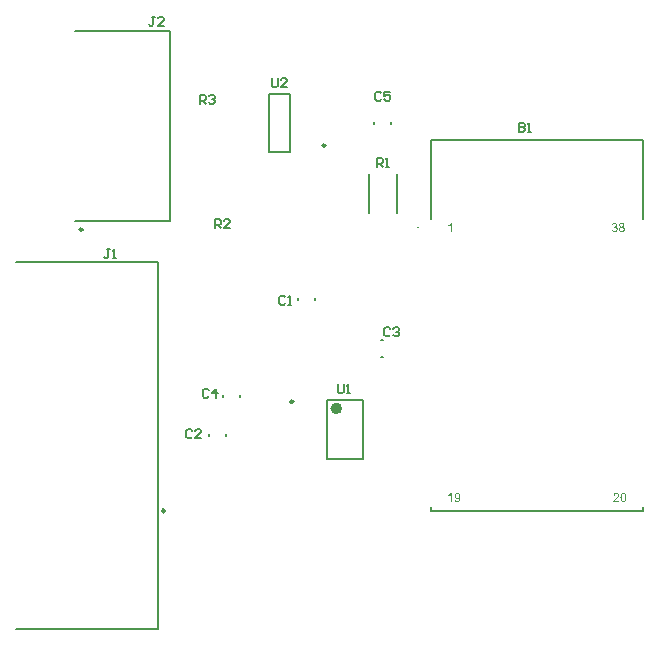
<source format=gto>
G04*
G04 #@! TF.GenerationSoftware,Altium Limited,Altium Designer,24.10.1 (45)*
G04*
G04 Layer_Color=65535*
%FSLAX44Y44*%
%MOMM*%
G71*
G04*
G04 #@! TF.SameCoordinates,A659C5E8-25CF-42C6-9C85-9A39C97684D2*
G04*
G04*
G04 #@! TF.FilePolarity,Positive*
G04*
G01*
G75*
%ADD10C,0.1000*%
%ADD11C,0.2500*%
%ADD12C,0.5000*%
%ADD13C,0.2000*%
%ADD14C,0.1270*%
%ADD15C,0.1778*%
G36*
X392444Y357320D02*
X391503D01*
Y363311D01*
X391497Y363306D01*
X391486Y363295D01*
X391469Y363278D01*
X391442Y363256D01*
X391409Y363228D01*
X391364Y363189D01*
X391314Y363151D01*
X391264Y363106D01*
X391198Y363062D01*
X391132Y363007D01*
X391060Y362957D01*
X390982Y362896D01*
X390894Y362841D01*
X390805Y362780D01*
X390606Y362658D01*
X390600Y362652D01*
X390583Y362641D01*
X390550Y362625D01*
X390512Y362608D01*
X390467Y362580D01*
X390412Y362547D01*
X390345Y362514D01*
X390279Y362475D01*
X390124Y362398D01*
X389958Y362320D01*
X389786Y362243D01*
X389620Y362176D01*
Y363084D01*
X389631Y363090D01*
X389653Y363101D01*
X389697Y363123D01*
X389753Y363151D01*
X389819Y363184D01*
X389902Y363228D01*
X389991Y363278D01*
X390085Y363333D01*
X390190Y363400D01*
X390301Y363466D01*
X390534Y363621D01*
X390772Y363793D01*
X390999Y363981D01*
X391004Y363987D01*
X391026Y364003D01*
X391054Y364031D01*
X391093Y364070D01*
X391143Y364120D01*
X391198Y364175D01*
X391259Y364241D01*
X391325Y364308D01*
X391392Y364385D01*
X391464Y364468D01*
X391602Y364640D01*
X391730Y364823D01*
X391785Y364917D01*
X391835Y365011D01*
X392444D01*
Y357320D01*
D02*
G37*
G36*
X530553Y365144D02*
X530608D01*
X530675Y365133D01*
X530747Y365127D01*
X530824Y365116D01*
X530913Y365100D01*
X531001Y365083D01*
X531195Y365033D01*
X531300Y365006D01*
X531400Y364967D01*
X531500Y364928D01*
X531599Y364878D01*
X531605Y364873D01*
X531622Y364867D01*
X531649Y364851D01*
X531688Y364828D01*
X531732Y364801D01*
X531782Y364767D01*
X531837Y364729D01*
X531898Y364684D01*
X532031Y364579D01*
X532164Y364452D01*
X532291Y364308D01*
X532352Y364225D01*
X532408Y364142D01*
X532413Y364136D01*
X532419Y364120D01*
X532435Y364098D01*
X532452Y364059D01*
X532474Y364020D01*
X532496Y363965D01*
X532524Y363909D01*
X532552Y363843D01*
X532574Y363771D01*
X532602Y363699D01*
X532646Y363533D01*
X532679Y363350D01*
X532685Y363256D01*
X532690Y363156D01*
Y363151D01*
Y363134D01*
Y363106D01*
X532685Y363073D01*
Y363029D01*
X532674Y362979D01*
X532668Y362918D01*
X532657Y362857D01*
X532624Y362713D01*
X532574Y362564D01*
X532546Y362486D01*
X532507Y362403D01*
X532469Y362326D01*
X532419Y362248D01*
X532413Y362243D01*
X532408Y362231D01*
X532391Y362209D01*
X532369Y362182D01*
X532341Y362149D01*
X532308Y362110D01*
X532269Y362065D01*
X532220Y362016D01*
X532170Y361966D01*
X532109Y361916D01*
X532048Y361861D01*
X531976Y361805D01*
X531898Y361755D01*
X531815Y361700D01*
X531727Y361650D01*
X531633Y361606D01*
X531638D01*
X531660Y361600D01*
X531699Y361589D01*
X531743Y361573D01*
X531804Y361556D01*
X531871Y361528D01*
X531943Y361501D01*
X532020Y361462D01*
X532103Y361423D01*
X532192Y361373D01*
X532280Y361323D01*
X532369Y361263D01*
X532452Y361196D01*
X532535Y361124D01*
X532618Y361041D01*
X532690Y360952D01*
X532696Y360947D01*
X532707Y360930D01*
X532723Y360903D01*
X532751Y360864D01*
X532779Y360814D01*
X532812Y360759D01*
X532845Y360692D01*
X532878Y360615D01*
X532912Y360526D01*
X532950Y360432D01*
X532978Y360332D01*
X533006Y360221D01*
X533033Y360105D01*
X533050Y359983D01*
X533061Y359856D01*
X533067Y359718D01*
Y359706D01*
Y359673D01*
X533061Y359618D01*
X533056Y359552D01*
X533045Y359463D01*
X533028Y359363D01*
X533006Y359253D01*
X532973Y359131D01*
X532934Y358998D01*
X532890Y358865D01*
X532829Y358721D01*
X532757Y358577D01*
X532674Y358433D01*
X532574Y358289D01*
X532458Y358151D01*
X532330Y358018D01*
X532319Y358012D01*
X532297Y357990D01*
X532258Y357951D01*
X532197Y357907D01*
X532125Y357857D01*
X532042Y357796D01*
X531937Y357735D01*
X531826Y357669D01*
X531699Y357602D01*
X531555Y357542D01*
X531405Y357481D01*
X531239Y357431D01*
X531068Y357387D01*
X530880Y357348D01*
X530686Y357326D01*
X530481Y357320D01*
X530437D01*
X530381Y357326D01*
X530315Y357331D01*
X530226Y357337D01*
X530126Y357353D01*
X530016Y357370D01*
X529894Y357397D01*
X529767Y357425D01*
X529628Y357464D01*
X529490Y357514D01*
X529346Y357575D01*
X529207Y357641D01*
X529069Y357719D01*
X528930Y357813D01*
X528803Y357918D01*
X528797Y357924D01*
X528775Y357946D01*
X528742Y357979D01*
X528698Y358029D01*
X528648Y358090D01*
X528587Y358162D01*
X528526Y358245D01*
X528460Y358339D01*
X528393Y358444D01*
X528327Y358566D01*
X528266Y358693D01*
X528205Y358832D01*
X528155Y358981D01*
X528105Y359136D01*
X528072Y359302D01*
X528050Y359479D01*
X528991Y359607D01*
Y359596D01*
X528997Y359574D01*
X529008Y359529D01*
X529025Y359474D01*
X529041Y359408D01*
X529063Y359336D01*
X529091Y359253D01*
X529119Y359164D01*
X529196Y358970D01*
X529290Y358782D01*
X529346Y358688D01*
X529407Y358599D01*
X529468Y358522D01*
X529539Y358450D01*
X529545Y358444D01*
X529556Y358433D01*
X529578Y358416D01*
X529612Y358394D01*
X529645Y358367D01*
X529695Y358339D01*
X529744Y358306D01*
X529805Y358278D01*
X529872Y358245D01*
X529944Y358212D01*
X530021Y358184D01*
X530104Y358156D01*
X530193Y358134D01*
X530287Y358117D01*
X530381Y358106D01*
X530486Y358101D01*
X530514D01*
X530553Y358106D01*
X530597D01*
X530658Y358117D01*
X530724Y358123D01*
X530796Y358139D01*
X530880Y358156D01*
X530963Y358184D01*
X531057Y358212D01*
X531151Y358250D01*
X531245Y358295D01*
X531339Y358350D01*
X531433Y358411D01*
X531522Y358477D01*
X531610Y358560D01*
X531616Y358566D01*
X531633Y358582D01*
X531655Y358605D01*
X531682Y358643D01*
X531716Y358688D01*
X531754Y358743D01*
X531799Y358804D01*
X531843Y358876D01*
X531882Y358954D01*
X531926Y359042D01*
X531965Y359131D01*
X531998Y359236D01*
X532026Y359341D01*
X532048Y359452D01*
X532065Y359574D01*
X532070Y359696D01*
Y359701D01*
Y359723D01*
Y359756D01*
X532065Y359806D01*
X532059Y359856D01*
X532048Y359922D01*
X532037Y359995D01*
X532015Y360072D01*
X531992Y360155D01*
X531965Y360244D01*
X531932Y360332D01*
X531893Y360421D01*
X531843Y360509D01*
X531782Y360598D01*
X531721Y360681D01*
X531644Y360764D01*
X531638Y360770D01*
X531627Y360781D01*
X531599Y360803D01*
X531566Y360831D01*
X531527Y360864D01*
X531478Y360897D01*
X531417Y360936D01*
X531350Y360975D01*
X531278Y361013D01*
X531195Y361052D01*
X531106Y361085D01*
X531012Y361119D01*
X530913Y361146D01*
X530802Y361168D01*
X530691Y361179D01*
X530569Y361185D01*
X530520D01*
X530464Y361179D01*
X530387Y361174D01*
X530287Y361163D01*
X530176Y361141D01*
X530049Y361119D01*
X529905Y361085D01*
X530010Y361910D01*
X530027D01*
X530043Y361905D01*
X530065D01*
X530115Y361899D01*
X530221D01*
X530259Y361905D01*
X530315Y361910D01*
X530376Y361916D01*
X530442Y361927D01*
X530520Y361938D01*
X530603Y361955D01*
X530686Y361977D01*
X530868Y362032D01*
X530963Y362065D01*
X531057Y362110D01*
X531151Y362154D01*
X531239Y362209D01*
X531245Y362215D01*
X531262Y362226D01*
X531284Y362243D01*
X531317Y362270D01*
X531350Y362304D01*
X531395Y362342D01*
X531433Y362392D01*
X531483Y362448D01*
X531527Y362514D01*
X531572Y362586D01*
X531610Y362663D01*
X531644Y362752D01*
X531677Y362846D01*
X531699Y362951D01*
X531716Y363062D01*
X531721Y363178D01*
Y363184D01*
Y363200D01*
Y363228D01*
X531716Y363267D01*
X531710Y363306D01*
X531704Y363361D01*
X531693Y363416D01*
X531677Y363477D01*
X531633Y363610D01*
X531605Y363682D01*
X531572Y363754D01*
X531533Y363826D01*
X531483Y363898D01*
X531428Y363965D01*
X531367Y364031D01*
X531361Y364037D01*
X531350Y364048D01*
X531334Y364064D01*
X531306Y364086D01*
X531267Y364109D01*
X531228Y364142D01*
X531179Y364170D01*
X531123Y364203D01*
X531062Y364236D01*
X530996Y364264D01*
X530918Y364297D01*
X530841Y364319D01*
X530752Y364341D01*
X530664Y364358D01*
X530564Y364369D01*
X530464Y364374D01*
X530409D01*
X530376Y364369D01*
X530326Y364363D01*
X530270Y364358D01*
X530210Y364347D01*
X530143Y364330D01*
X529999Y364291D01*
X529927Y364264D01*
X529850Y364225D01*
X529772Y364186D01*
X529695Y364142D01*
X529623Y364086D01*
X529551Y364026D01*
X529545Y364020D01*
X529534Y364009D01*
X529517Y363987D01*
X529490Y363959D01*
X529462Y363926D01*
X529429Y363882D01*
X529395Y363826D01*
X529357Y363771D01*
X529318Y363699D01*
X529279Y363621D01*
X529235Y363538D01*
X529202Y363444D01*
X529163Y363344D01*
X529135Y363239D01*
X529108Y363123D01*
X529086Y362996D01*
X528144Y363162D01*
Y363167D01*
Y363173D01*
X528155Y363206D01*
X528166Y363250D01*
X528183Y363317D01*
X528205Y363400D01*
X528233Y363489D01*
X528266Y363588D01*
X528305Y363699D01*
X528354Y363815D01*
X528410Y363937D01*
X528476Y364059D01*
X528548Y364181D01*
X528626Y364302D01*
X528714Y364419D01*
X528814Y364529D01*
X528925Y364629D01*
X528930Y364635D01*
X528953Y364651D01*
X528986Y364679D01*
X529036Y364712D01*
X529096Y364751D01*
X529169Y364795D01*
X529252Y364840D01*
X529346Y364889D01*
X529451Y364939D01*
X529567Y364983D01*
X529689Y365028D01*
X529822Y365067D01*
X529966Y365100D01*
X530121Y365127D01*
X530281Y365144D01*
X530448Y365150D01*
X530508D01*
X530553Y365144D01*
D02*
G37*
G36*
X536588D02*
X536660Y365139D01*
X536743Y365133D01*
X536843Y365116D01*
X536954Y365100D01*
X537070Y365078D01*
X537197Y365044D01*
X537330Y365006D01*
X537463Y364961D01*
X537596Y364900D01*
X537729Y364834D01*
X537862Y364757D01*
X537989Y364668D01*
X538106Y364563D01*
X538111Y364557D01*
X538133Y364535D01*
X538161Y364502D01*
X538200Y364458D01*
X538250Y364402D01*
X538299Y364336D01*
X538355Y364258D01*
X538416Y364170D01*
X538471Y364070D01*
X538526Y363959D01*
X538576Y363843D01*
X538626Y363721D01*
X538665Y363588D01*
X538693Y363444D01*
X538715Y363300D01*
X538720Y363145D01*
Y363140D01*
Y363123D01*
Y363095D01*
X538715Y363057D01*
X538709Y363012D01*
X538704Y362957D01*
X538698Y362896D01*
X538687Y362830D01*
X538654Y362686D01*
X538604Y362531D01*
X538571Y362453D01*
X538532Y362375D01*
X538488Y362298D01*
X538438Y362220D01*
X538432Y362215D01*
X538427Y362204D01*
X538410Y362182D01*
X538382Y362154D01*
X538355Y362121D01*
X538316Y362088D01*
X538277Y362043D01*
X538227Y361999D01*
X538167Y361949D01*
X538106Y361899D01*
X538034Y361849D01*
X537962Y361800D01*
X537873Y361750D01*
X537784Y361700D01*
X537690Y361656D01*
X537585Y361611D01*
X537591D01*
X537618Y361600D01*
X537651Y361589D01*
X537701Y361567D01*
X537762Y361545D01*
X537829Y361512D01*
X537906Y361478D01*
X537984Y361434D01*
X538072Y361384D01*
X538161Y361329D01*
X538250Y361268D01*
X538338Y361202D01*
X538427Y361130D01*
X538510Y361046D01*
X538593Y360964D01*
X538665Y360869D01*
X538670Y360864D01*
X538681Y360847D01*
X538698Y360820D01*
X538726Y360781D01*
X538753Y360731D01*
X538781Y360670D01*
X538814Y360604D01*
X538853Y360526D01*
X538886Y360438D01*
X538919Y360349D01*
X538947Y360244D01*
X538980Y360138D01*
X539003Y360022D01*
X539019Y359906D01*
X539030Y359779D01*
X539036Y359646D01*
Y359635D01*
Y359601D01*
X539030Y359552D01*
X539025Y359479D01*
X539014Y359397D01*
X538997Y359302D01*
X538975Y359192D01*
X538947Y359070D01*
X538914Y358942D01*
X538864Y358810D01*
X538809Y358677D01*
X538742Y358538D01*
X538659Y358394D01*
X538571Y358261D01*
X538460Y358123D01*
X538338Y357996D01*
X538333Y357990D01*
X538305Y357968D01*
X538266Y357935D01*
X538211Y357890D01*
X538144Y357840D01*
X538056Y357785D01*
X537962Y357724D01*
X537851Y357663D01*
X537724Y357602D01*
X537585Y357542D01*
X537436Y357486D01*
X537275Y357436D01*
X537098Y357392D01*
X536915Y357359D01*
X536716Y357337D01*
X536511Y357331D01*
X536461D01*
X536400Y357337D01*
X536323Y357342D01*
X536228Y357353D01*
X536118Y357364D01*
X535990Y357387D01*
X535857Y357414D01*
X535714Y357453D01*
X535564Y357497D01*
X535415Y357547D01*
X535259Y357613D01*
X535104Y357691D01*
X534955Y357780D01*
X534817Y357885D01*
X534678Y358001D01*
X534673Y358007D01*
X534650Y358034D01*
X534612Y358068D01*
X534573Y358123D01*
X534517Y358189D01*
X534456Y358267D01*
X534396Y358355D01*
X534335Y358461D01*
X534268Y358577D01*
X534207Y358704D01*
X534146Y358843D01*
X534097Y358987D01*
X534052Y359147D01*
X534014Y359313D01*
X533991Y359491D01*
X533986Y359673D01*
Y359684D01*
Y359706D01*
Y359745D01*
X533991Y359801D01*
X533997Y359862D01*
X534008Y359939D01*
X534019Y360022D01*
X534036Y360111D01*
X534052Y360205D01*
X534080Y360310D01*
X534108Y360410D01*
X534146Y360515D01*
X534191Y360620D01*
X534241Y360725D01*
X534296Y360825D01*
X534362Y360925D01*
X534368Y360930D01*
X534379Y360947D01*
X534401Y360975D01*
X534434Y361008D01*
X534473Y361046D01*
X534523Y361096D01*
X534578Y361146D01*
X534639Y361202D01*
X534717Y361257D01*
X534794Y361312D01*
X534883Y361373D01*
X534983Y361429D01*
X535088Y361478D01*
X535199Y361528D01*
X535320Y361573D01*
X535448Y361611D01*
X535442D01*
X535420Y361622D01*
X535392Y361633D01*
X535354Y361650D01*
X535304Y361672D01*
X535248Y361700D01*
X535187Y361733D01*
X535121Y361766D01*
X534977Y361855D01*
X534833Y361960D01*
X534695Y362082D01*
X534634Y362149D01*
X534578Y362220D01*
X534573Y362226D01*
X534567Y362237D01*
X534551Y362259D01*
X534534Y362292D01*
X534512Y362331D01*
X534490Y362375D01*
X534462Y362431D01*
X534440Y362492D01*
X534412Y362558D01*
X534385Y362630D01*
X534362Y362708D01*
X534340Y362791D01*
X534307Y362974D01*
X534301Y363073D01*
X534296Y363173D01*
Y363184D01*
Y363212D01*
X534301Y363256D01*
X534307Y363311D01*
X534313Y363383D01*
X534329Y363466D01*
X534346Y363560D01*
X534374Y363660D01*
X534401Y363771D01*
X534440Y363882D01*
X534490Y363998D01*
X534551Y364120D01*
X534617Y364236D01*
X534695Y364358D01*
X534789Y364468D01*
X534894Y364579D01*
X534899Y364585D01*
X534922Y364601D01*
X534955Y364635D01*
X535005Y364668D01*
X535066Y364712D01*
X535138Y364762D01*
X535221Y364812D01*
X535320Y364867D01*
X535425Y364917D01*
X535547Y364967D01*
X535680Y365017D01*
X535824Y365061D01*
X535974Y365100D01*
X536140Y365127D01*
X536311Y365144D01*
X536494Y365150D01*
X536539D01*
X536588Y365144D01*
D02*
G37*
G36*
X532083Y136533D02*
X532161Y136528D01*
X532255Y136522D01*
X532360Y136505D01*
X532482Y136489D01*
X532609Y136461D01*
X532747Y136428D01*
X532886Y136389D01*
X533036Y136339D01*
X533179Y136278D01*
X533323Y136206D01*
X533462Y136129D01*
X533595Y136035D01*
X533722Y135924D01*
X533728Y135918D01*
X533750Y135896D01*
X533783Y135863D01*
X533822Y135813D01*
X533872Y135758D01*
X533927Y135686D01*
X533988Y135603D01*
X534049Y135509D01*
X534104Y135403D01*
X534165Y135287D01*
X534220Y135160D01*
X534270Y135027D01*
X534309Y134883D01*
X534342Y134733D01*
X534364Y134573D01*
X534370Y134407D01*
Y134401D01*
Y134385D01*
Y134362D01*
Y134329D01*
X534364Y134285D01*
X534359Y134241D01*
X534353Y134185D01*
X534348Y134124D01*
X534326Y133986D01*
X534292Y133831D01*
X534243Y133670D01*
X534182Y133504D01*
Y133499D01*
X534171Y133482D01*
X534160Y133460D01*
X534143Y133427D01*
X534126Y133388D01*
X534099Y133338D01*
X534071Y133283D01*
X534032Y133222D01*
X533993Y133155D01*
X533949Y133083D01*
X533838Y132923D01*
X533777Y132840D01*
X533711Y132751D01*
X533633Y132662D01*
X533556Y132568D01*
X533550Y132563D01*
X533534Y132546D01*
X533512Y132519D01*
X533473Y132480D01*
X533423Y132430D01*
X533362Y132369D01*
X533296Y132297D01*
X533213Y132214D01*
X533119Y132125D01*
X533008Y132026D01*
X532892Y131915D01*
X532759Y131793D01*
X532615Y131666D01*
X532460Y131527D01*
X532288Y131378D01*
X532105Y131223D01*
X532094Y131217D01*
X532066Y131190D01*
X532028Y131156D01*
X531972Y131107D01*
X531900Y131051D01*
X531828Y130985D01*
X531745Y130913D01*
X531657Y130835D01*
X531468Y130675D01*
X531380Y130592D01*
X531291Y130514D01*
X531208Y130436D01*
X531136Y130370D01*
X531070Y130309D01*
X531020Y130254D01*
X531009Y130243D01*
X530981Y130210D01*
X530937Y130160D01*
X530882Y130099D01*
X530821Y130021D01*
X530754Y129938D01*
X530688Y129844D01*
X530627Y129750D01*
X534381D01*
Y128847D01*
X529320D01*
Y128853D01*
Y128864D01*
Y128881D01*
Y128903D01*
Y128936D01*
X529325Y128969D01*
X529331Y129058D01*
X529342Y129152D01*
X529359Y129263D01*
X529386Y129379D01*
X529425Y129495D01*
Y129501D01*
X529436Y129517D01*
X529447Y129545D01*
X529464Y129584D01*
X529481Y129634D01*
X529508Y129689D01*
X529542Y129750D01*
X529575Y129816D01*
X529613Y129894D01*
X529663Y129971D01*
X529768Y130143D01*
X529896Y130326D01*
X530045Y130514D01*
X530051Y130520D01*
X530067Y130536D01*
X530090Y130564D01*
X530123Y130603D01*
X530167Y130653D01*
X530223Y130708D01*
X530284Y130774D01*
X530361Y130846D01*
X530444Y130929D01*
X530533Y131018D01*
X530632Y131112D01*
X530743Y131217D01*
X530865Y131322D01*
X530992Y131433D01*
X531131Y131550D01*
X531275Y131671D01*
X531280Y131677D01*
X531291Y131682D01*
X531308Y131699D01*
X531330Y131716D01*
X531358Y131743D01*
X531391Y131771D01*
X531474Y131843D01*
X531579Y131926D01*
X531690Y132031D01*
X531817Y132142D01*
X531950Y132264D01*
X532094Y132391D01*
X532233Y132524D01*
X532377Y132657D01*
X532509Y132795D01*
X532642Y132928D01*
X532759Y133056D01*
X532869Y133183D01*
X532958Y133299D01*
X532963Y133305D01*
X532975Y133327D01*
X532997Y133360D01*
X533030Y133399D01*
X533063Y133454D01*
X533096Y133515D01*
X533141Y133587D01*
X533179Y133665D01*
X533218Y133748D01*
X533262Y133836D01*
X533335Y134030D01*
X533362Y134130D01*
X533384Y134229D01*
X533395Y134329D01*
X533401Y134429D01*
Y134434D01*
Y134457D01*
Y134484D01*
X533395Y134523D01*
X533390Y134573D01*
X533379Y134628D01*
X533368Y134689D01*
X533351Y134756D01*
X533329Y134827D01*
X533301Y134905D01*
X533268Y134983D01*
X533229Y135060D01*
X533185Y135143D01*
X533130Y135221D01*
X533069Y135298D01*
X532997Y135370D01*
X532991Y135376D01*
X532980Y135387D01*
X532958Y135403D01*
X532925Y135431D01*
X532886Y135459D01*
X532836Y135492D01*
X532781Y135531D01*
X532720Y135564D01*
X532648Y135603D01*
X532570Y135636D01*
X532482Y135669D01*
X532393Y135697D01*
X532294Y135725D01*
X532188Y135741D01*
X532077Y135752D01*
X531961Y135758D01*
X531895D01*
X531851Y135752D01*
X531790Y135747D01*
X531723Y135736D01*
X531651Y135725D01*
X531568Y135708D01*
X531485Y135686D01*
X531396Y135658D01*
X531308Y135625D01*
X531214Y135586D01*
X531125Y135536D01*
X531036Y135481D01*
X530948Y135420D01*
X530870Y135348D01*
X530865Y135343D01*
X530854Y135331D01*
X530832Y135304D01*
X530810Y135276D01*
X530776Y135232D01*
X530743Y135182D01*
X530704Y135121D01*
X530671Y135055D01*
X530632Y134983D01*
X530594Y134894D01*
X530560Y134805D01*
X530527Y134706D01*
X530505Y134595D01*
X530483Y134479D01*
X530472Y134357D01*
X530466Y134224D01*
X529497Y134324D01*
Y134329D01*
Y134335D01*
X529503Y134351D01*
Y134374D01*
X529508Y134429D01*
X529525Y134501D01*
X529542Y134589D01*
X529564Y134695D01*
X529591Y134811D01*
X529624Y134933D01*
X529669Y135066D01*
X529719Y135198D01*
X529780Y135337D01*
X529852Y135475D01*
X529929Y135608D01*
X530023Y135736D01*
X530123Y135857D01*
X530239Y135968D01*
X530245Y135974D01*
X530267Y135990D01*
X530306Y136024D01*
X530355Y136057D01*
X530422Y136101D01*
X530499Y136151D01*
X530594Y136201D01*
X530699Y136256D01*
X530821Y136306D01*
X530948Y136356D01*
X531092Y136406D01*
X531247Y136450D01*
X531413Y136489D01*
X531590Y136516D01*
X531778Y136533D01*
X531978Y136538D01*
X532028D01*
X532083Y136533D01*
D02*
G37*
G36*
X537991D02*
X538041D01*
X538107Y136528D01*
X538174Y136516D01*
X538251Y136505D01*
X538418Y136478D01*
X538600Y136433D01*
X538789Y136372D01*
X538877Y136334D01*
X538966Y136289D01*
X538971D01*
X538988Y136278D01*
X539010Y136262D01*
X539043Y136245D01*
X539082Y136217D01*
X539126Y136184D01*
X539182Y136151D01*
X539237Y136107D01*
X539359Y136007D01*
X539486Y135880D01*
X539614Y135736D01*
X539730Y135569D01*
X539735Y135564D01*
X539741Y135547D01*
X539758Y135520D01*
X539780Y135486D01*
X539808Y135442D01*
X539835Y135387D01*
X539868Y135326D01*
X539902Y135254D01*
X539940Y135176D01*
X539979Y135088D01*
X540018Y134994D01*
X540062Y134894D01*
X540101Y134789D01*
X540134Y134678D01*
X540173Y134556D01*
X540206Y134434D01*
Y134429D01*
X540212Y134401D01*
X540223Y134368D01*
X540234Y134313D01*
X540245Y134246D01*
X540261Y134163D01*
X540278Y134069D01*
X540295Y133958D01*
X540311Y133836D01*
X540328Y133698D01*
X540345Y133548D01*
X540356Y133388D01*
X540367Y133216D01*
X540378Y133028D01*
X540383Y132834D01*
Y132624D01*
Y132618D01*
Y132607D01*
Y132591D01*
Y132563D01*
Y132535D01*
Y132496D01*
X540378Y132452D01*
Y132402D01*
X540372Y132286D01*
X540367Y132153D01*
X540361Y132009D01*
X540350Y131848D01*
X540334Y131677D01*
X540317Y131500D01*
X540267Y131140D01*
X540234Y130957D01*
X540195Y130780D01*
X540151Y130608D01*
X540101Y130448D01*
X540095Y130436D01*
X540090Y130409D01*
X540073Y130370D01*
X540051Y130309D01*
X540018Y130243D01*
X539985Y130160D01*
X539940Y130071D01*
X539896Y129977D01*
X539841Y129877D01*
X539774Y129772D01*
X539708Y129667D01*
X539636Y129556D01*
X539553Y129451D01*
X539464Y129351D01*
X539370Y129257D01*
X539270Y129169D01*
X539265Y129163D01*
X539243Y129152D01*
X539215Y129130D01*
X539171Y129096D01*
X539115Y129063D01*
X539054Y129025D01*
X538977Y128986D01*
X538894Y128947D01*
X538794Y128903D01*
X538689Y128864D01*
X538578Y128825D01*
X538456Y128792D01*
X538324Y128764D01*
X538185Y128742D01*
X538041Y128726D01*
X537886Y128720D01*
X537836D01*
X537781Y128726D01*
X537703Y128731D01*
X537609Y128742D01*
X537498Y128764D01*
X537382Y128786D01*
X537249Y128820D01*
X537111Y128858D01*
X536972Y128914D01*
X536828Y128975D01*
X536679Y129052D01*
X536535Y129141D01*
X536396Y129246D01*
X536264Y129368D01*
X536142Y129506D01*
Y129512D01*
X536136Y129517D01*
X536125Y129534D01*
X536109Y129551D01*
X536092Y129578D01*
X536070Y129612D01*
X536048Y129645D01*
X536026Y129689D01*
X535998Y129739D01*
X535965Y129794D01*
X535937Y129855D01*
X535904Y129922D01*
X535871Y129999D01*
X535837Y130077D01*
X535798Y130165D01*
X535765Y130254D01*
X535732Y130353D01*
X535693Y130459D01*
X535660Y130569D01*
X535627Y130691D01*
X535594Y130813D01*
X535566Y130946D01*
X535533Y131079D01*
X535505Y131228D01*
X535483Y131378D01*
X535461Y131533D01*
X535439Y131699D01*
X535422Y131871D01*
X535405Y132048D01*
X535400Y132231D01*
X535389Y132424D01*
Y132624D01*
Y132629D01*
Y132640D01*
Y132657D01*
Y132685D01*
Y132718D01*
Y132757D01*
X535394Y132801D01*
Y132851D01*
X535400Y132962D01*
X535405Y133094D01*
X535411Y133244D01*
X535422Y133405D01*
X535439Y133576D01*
X535455Y133753D01*
X535505Y134119D01*
X535538Y134302D01*
X535577Y134479D01*
X535616Y134650D01*
X535666Y134811D01*
X535671Y134822D01*
X535677Y134850D01*
X535693Y134888D01*
X535715Y134949D01*
X535749Y135016D01*
X535782Y135099D01*
X535826Y135188D01*
X535876Y135282D01*
X535926Y135381D01*
X535992Y135486D01*
X536059Y135597D01*
X536131Y135702D01*
X536214Y135808D01*
X536302Y135907D01*
X536396Y136001D01*
X536496Y136090D01*
X536502Y136096D01*
X536524Y136112D01*
X536552Y136134D01*
X536596Y136162D01*
X536651Y136195D01*
X536718Y136234D01*
X536790Y136273D01*
X536878Y136317D01*
X536972Y136356D01*
X537078Y136395D01*
X537194Y136433D01*
X537316Y136467D01*
X537449Y136500D01*
X537587Y136522D01*
X537731Y136533D01*
X537886Y136538D01*
X537947D01*
X537991Y136533D01*
D02*
G37*
G36*
X397389D02*
X397455Y136528D01*
X397533Y136516D01*
X397616Y136505D01*
X397710Y136489D01*
X397815Y136467D01*
X397920Y136439D01*
X398036Y136406D01*
X398153Y136367D01*
X398269Y136323D01*
X398391Y136267D01*
X398507Y136206D01*
X398624Y136134D01*
X398629Y136129D01*
X398651Y136118D01*
X398684Y136090D01*
X398723Y136062D01*
X398778Y136018D01*
X398839Y135968D01*
X398900Y135907D01*
X398972Y135841D01*
X399050Y135763D01*
X399127Y135675D01*
X399205Y135581D01*
X399282Y135475D01*
X399360Y135365D01*
X399432Y135248D01*
X399504Y135121D01*
X399565Y134983D01*
X399570Y134972D01*
X399581Y134949D01*
X399593Y134905D01*
X399615Y134844D01*
X399642Y134767D01*
X399670Y134672D01*
X399698Y134562D01*
X399731Y134434D01*
X399759Y134290D01*
X399786Y134130D01*
X399814Y133958D01*
X399842Y133764D01*
X399864Y133554D01*
X399875Y133333D01*
X399886Y133089D01*
X399892Y132834D01*
Y132829D01*
Y132817D01*
Y132795D01*
Y132768D01*
Y132734D01*
Y132696D01*
X399886Y132646D01*
Y132591D01*
Y132530D01*
X399880Y132469D01*
X399875Y132325D01*
X399864Y132164D01*
X399853Y131993D01*
X399836Y131810D01*
X399814Y131622D01*
X399786Y131422D01*
X399759Y131228D01*
X399720Y131035D01*
X399676Y130846D01*
X399626Y130669D01*
X399570Y130498D01*
X399565Y130486D01*
X399554Y130459D01*
X399537Y130414D01*
X399509Y130353D01*
X399476Y130281D01*
X399437Y130198D01*
X399388Y130104D01*
X399332Y130005D01*
X399266Y129899D01*
X399199Y129794D01*
X399116Y129684D01*
X399033Y129573D01*
X398939Y129467D01*
X398839Y129362D01*
X398734Y129263D01*
X398618Y129174D01*
X398612Y129169D01*
X398590Y129157D01*
X398557Y129130D01*
X398507Y129102D01*
X398446Y129069D01*
X398374Y129030D01*
X398291Y128991D01*
X398197Y128947D01*
X398097Y128903D01*
X397981Y128864D01*
X397865Y128825D01*
X397732Y128792D01*
X397594Y128764D01*
X397450Y128742D01*
X397300Y128726D01*
X397145Y128720D01*
X397106D01*
X397057Y128726D01*
X396996D01*
X396918Y128737D01*
X396829Y128748D01*
X396730Y128764D01*
X396625Y128781D01*
X396508Y128809D01*
X396386Y128842D01*
X396265Y128881D01*
X396143Y128930D01*
X396021Y128986D01*
X395899Y129052D01*
X395783Y129130D01*
X395672Y129218D01*
X395667Y129224D01*
X395650Y129241D01*
X395617Y129268D01*
X395584Y129312D01*
X395539Y129362D01*
X395484Y129423D01*
X395429Y129495D01*
X395373Y129584D01*
X395312Y129678D01*
X395257Y129783D01*
X395196Y129894D01*
X395146Y130021D01*
X395096Y130160D01*
X395052Y130304D01*
X395019Y130459D01*
X394991Y130625D01*
X395894Y130708D01*
Y130702D01*
X395899Y130680D01*
X395905Y130647D01*
X395916Y130603D01*
X395927Y130553D01*
X395943Y130492D01*
X395966Y130420D01*
X395988Y130353D01*
X396049Y130198D01*
X396126Y130043D01*
X396220Y129899D01*
X396270Y129833D01*
X396331Y129778D01*
X396337Y129772D01*
X396348Y129767D01*
X396364Y129750D01*
X396392Y129733D01*
X396420Y129711D01*
X396458Y129689D01*
X396508Y129661D01*
X396558Y129639D01*
X396614Y129612D01*
X396680Y129584D01*
X396818Y129539D01*
X396979Y129506D01*
X397067Y129501D01*
X397162Y129495D01*
X397206D01*
X397234Y129501D01*
X397272D01*
X397317Y129506D01*
X397422Y129517D01*
X397538Y129545D01*
X397671Y129578D01*
X397798Y129623D01*
X397926Y129689D01*
X397931D01*
X397942Y129700D01*
X397959Y129711D01*
X397981Y129728D01*
X398042Y129772D01*
X398114Y129833D01*
X398197Y129905D01*
X398286Y129999D01*
X398374Y130104D01*
X398457Y130221D01*
Y130226D01*
X398468Y130237D01*
X398479Y130254D01*
X398491Y130281D01*
X398513Y130315D01*
X398529Y130353D01*
X398557Y130403D01*
X398579Y130459D01*
X398607Y130520D01*
X398635Y130586D01*
X398662Y130658D01*
X398695Y130736D01*
X398723Y130824D01*
X398751Y130913D01*
X398778Y131012D01*
X398806Y131112D01*
Y131118D01*
X398812Y131140D01*
X398817Y131167D01*
X398828Y131212D01*
X398839Y131262D01*
X398851Y131322D01*
X398867Y131389D01*
X398878Y131467D01*
X398889Y131550D01*
X398906Y131644D01*
X398928Y131838D01*
X398945Y132048D01*
X398950Y132264D01*
Y132269D01*
Y132275D01*
Y132291D01*
Y132308D01*
Y132336D01*
Y132369D01*
Y132408D01*
Y132452D01*
X398945Y132446D01*
X398939Y132430D01*
X398923Y132408D01*
X398900Y132375D01*
X398867Y132336D01*
X398834Y132291D01*
X398795Y132242D01*
X398745Y132192D01*
X398695Y132131D01*
X398635Y132076D01*
X398574Y132015D01*
X398502Y131954D01*
X398352Y131832D01*
X398175Y131721D01*
X398169Y131716D01*
X398153Y131710D01*
X398125Y131693D01*
X398092Y131677D01*
X398042Y131655D01*
X397992Y131633D01*
X397931Y131610D01*
X397859Y131583D01*
X397782Y131555D01*
X397704Y131533D01*
X397522Y131489D01*
X397328Y131455D01*
X397223Y131450D01*
X397117Y131444D01*
X397073D01*
X397023Y131450D01*
X396957Y131455D01*
X396879Y131467D01*
X396780Y131483D01*
X396674Y131500D01*
X396558Y131533D01*
X396436Y131566D01*
X396303Y131610D01*
X396171Y131666D01*
X396038Y131732D01*
X395899Y131815D01*
X395766Y131904D01*
X395633Y132009D01*
X395506Y132131D01*
X395500Y132136D01*
X395478Y132164D01*
X395445Y132203D01*
X395406Y132258D01*
X395356Y132325D01*
X395301Y132408D01*
X395240Y132507D01*
X395179Y132618D01*
X395118Y132740D01*
X395057Y132878D01*
X395002Y133028D01*
X394952Y133188D01*
X394914Y133360D01*
X394880Y133548D01*
X394858Y133742D01*
X394853Y133947D01*
Y133953D01*
Y133958D01*
Y133975D01*
Y133997D01*
X394858Y134025D01*
Y134058D01*
X394864Y134141D01*
X394875Y134241D01*
X394891Y134357D01*
X394908Y134484D01*
X394941Y134623D01*
X394975Y134767D01*
X395019Y134922D01*
X395074Y135077D01*
X395141Y135232D01*
X395224Y135387D01*
X395312Y135542D01*
X395417Y135686D01*
X395539Y135824D01*
X395545Y135830D01*
X395573Y135857D01*
X395611Y135891D01*
X395661Y135935D01*
X395728Y135990D01*
X395811Y136051D01*
X395905Y136118D01*
X396010Y136184D01*
X396132Y136251D01*
X396259Y136312D01*
X396403Y136372D01*
X396558Y136428D01*
X396719Y136472D01*
X396890Y136505D01*
X397073Y136533D01*
X397261Y136538D01*
X397333D01*
X397389Y136533D01*
D02*
G37*
G36*
X392444Y128847D02*
X391503D01*
Y134839D01*
X391497Y134833D01*
X391486Y134822D01*
X391469Y134805D01*
X391442Y134783D01*
X391409Y134756D01*
X391364Y134717D01*
X391314Y134678D01*
X391264Y134634D01*
X391198Y134589D01*
X391132Y134534D01*
X391060Y134484D01*
X390982Y134423D01*
X390894Y134368D01*
X390805Y134307D01*
X390606Y134185D01*
X390600Y134180D01*
X390583Y134169D01*
X390550Y134152D01*
X390512Y134135D01*
X390467Y134108D01*
X390412Y134074D01*
X390345Y134041D01*
X390279Y134003D01*
X390124Y133925D01*
X389958Y133848D01*
X389786Y133770D01*
X389620Y133703D01*
Y134612D01*
X389631Y134617D01*
X389653Y134628D01*
X389697Y134650D01*
X389753Y134678D01*
X389819Y134711D01*
X389902Y134756D01*
X389991Y134805D01*
X390085Y134861D01*
X390190Y134927D01*
X390301Y134994D01*
X390534Y135149D01*
X390772Y135320D01*
X390999Y135509D01*
X391004Y135514D01*
X391026Y135531D01*
X391054Y135559D01*
X391093Y135597D01*
X391143Y135647D01*
X391198Y135702D01*
X391259Y135769D01*
X391325Y135835D01*
X391392Y135913D01*
X391464Y135996D01*
X391602Y136167D01*
X391730Y136350D01*
X391785Y136444D01*
X391835Y136538D01*
X392444D01*
Y128847D01*
D02*
G37*
%LPC*%
G36*
X536505Y364374D02*
X536455D01*
X536417Y364369D01*
X536372Y364363D01*
X536317Y364358D01*
X536256Y364347D01*
X536195Y364330D01*
X536051Y364291D01*
X535979Y364264D01*
X535902Y364225D01*
X535830Y364186D01*
X535752Y364142D01*
X535680Y364086D01*
X535614Y364026D01*
X535608Y364020D01*
X535597Y364009D01*
X535581Y363992D01*
X535558Y363965D01*
X535531Y363931D01*
X535503Y363893D01*
X535470Y363848D01*
X535442Y363793D01*
X535409Y363738D01*
X535376Y363677D01*
X535320Y363533D01*
X535298Y363461D01*
X535282Y363378D01*
X535271Y363295D01*
X535265Y363206D01*
Y363200D01*
Y363184D01*
Y363156D01*
X535271Y363117D01*
X535276Y363068D01*
X535282Y363018D01*
X535293Y362957D01*
X535309Y362890D01*
X535348Y362752D01*
X535376Y362680D01*
X535409Y362603D01*
X535448Y362531D01*
X535498Y362458D01*
X535547Y362387D01*
X535608Y362320D01*
X535614Y362315D01*
X535625Y362304D01*
X535647Y362287D01*
X535669Y362265D01*
X535708Y362243D01*
X535747Y362209D01*
X535797Y362182D01*
X535852Y362149D01*
X535913Y362115D01*
X535985Y362088D01*
X536057Y362054D01*
X536140Y362032D01*
X536223Y362010D01*
X536317Y361993D01*
X536417Y361982D01*
X536516Y361977D01*
X536566D01*
X536605Y361982D01*
X536655Y361988D01*
X536705Y361993D01*
X536766Y362005D01*
X536832Y362021D01*
X536970Y362060D01*
X537042Y362088D01*
X537120Y362121D01*
X537192Y362160D01*
X537264Y362204D01*
X537336Y362254D01*
X537402Y362315D01*
X537408Y362320D01*
X537419Y362331D01*
X537436Y362348D01*
X537458Y362375D01*
X537485Y362409D01*
X537513Y362448D01*
X537546Y362497D01*
X537579Y362547D01*
X537607Y362608D01*
X537640Y362669D01*
X537696Y362813D01*
X537718Y362890D01*
X537735Y362974D01*
X537746Y363062D01*
X537751Y363151D01*
Y363156D01*
Y363173D01*
Y363200D01*
X537746Y363239D01*
X537740Y363284D01*
X537735Y363333D01*
X537724Y363389D01*
X537707Y363455D01*
X537663Y363588D01*
X537635Y363660D01*
X537602Y363738D01*
X537557Y363810D01*
X537508Y363882D01*
X537452Y363954D01*
X537391Y364020D01*
X537386Y364026D01*
X537375Y364037D01*
X537352Y364053D01*
X537330Y364075D01*
X537292Y364103D01*
X537253Y364131D01*
X537203Y364164D01*
X537148Y364197D01*
X537087Y364230D01*
X537020Y364264D01*
X536948Y364291D01*
X536871Y364319D01*
X536782Y364341D01*
X536694Y364358D01*
X536605Y364369D01*
X536505Y364374D01*
D02*
G37*
G36*
X536483Y361207D02*
X536417D01*
X536372Y361202D01*
X536317Y361196D01*
X536251Y361185D01*
X536179Y361168D01*
X536096Y361152D01*
X536012Y361130D01*
X535924Y361102D01*
X535835Y361063D01*
X535741Y361019D01*
X535647Y360969D01*
X535558Y360908D01*
X535470Y360842D01*
X535387Y360764D01*
X535381Y360759D01*
X535370Y360742D01*
X535348Y360720D01*
X535320Y360687D01*
X535287Y360642D01*
X535248Y360592D01*
X535210Y360532D01*
X535171Y360465D01*
X535132Y360388D01*
X535093Y360305D01*
X535055Y360216D01*
X535021Y360116D01*
X534994Y360011D01*
X534972Y359906D01*
X534960Y359790D01*
X534955Y359668D01*
Y359662D01*
Y359651D01*
Y359629D01*
X534960Y359601D01*
Y359563D01*
X534966Y359524D01*
X534972Y359474D01*
X534977Y359424D01*
X534999Y359302D01*
X535032Y359175D01*
X535082Y359036D01*
X535143Y358893D01*
Y358887D01*
X535154Y358876D01*
X535165Y358859D01*
X535176Y358832D01*
X535199Y358798D01*
X535221Y358765D01*
X535287Y358677D01*
X535365Y358588D01*
X535459Y358488D01*
X535575Y358394D01*
X535708Y358311D01*
X535714D01*
X535725Y358300D01*
X535747Y358295D01*
X535774Y358278D01*
X535808Y358261D01*
X535852Y358245D01*
X535896Y358228D01*
X535952Y358212D01*
X536073Y358173D01*
X536206Y358139D01*
X536356Y358117D01*
X536516Y358106D01*
X536544D01*
X536583Y358112D01*
X536627D01*
X536688Y358117D01*
X536754Y358128D01*
X536827Y358145D01*
X536909Y358162D01*
X536993Y358184D01*
X537087Y358212D01*
X537175Y358245D01*
X537269Y358289D01*
X537364Y358339D01*
X537458Y358394D01*
X537546Y358461D01*
X537629Y358538D01*
X537635Y358544D01*
X537646Y358560D01*
X537668Y358582D01*
X537696Y358616D01*
X537729Y358660D01*
X537768Y358710D01*
X537807Y358771D01*
X537851Y358837D01*
X537890Y358915D01*
X537928Y358998D01*
X537967Y359086D01*
X538000Y359186D01*
X538028Y359291D01*
X538050Y359402D01*
X538061Y359518D01*
X538067Y359640D01*
Y359646D01*
Y359668D01*
X538061Y359706D01*
Y359751D01*
X538056Y359812D01*
X538045Y359878D01*
X538028Y359950D01*
X538011Y360033D01*
X537984Y360122D01*
X537956Y360210D01*
X537917Y360305D01*
X537873Y360399D01*
X537823Y360493D01*
X537762Y360581D01*
X537690Y360676D01*
X537613Y360759D01*
X537607Y360764D01*
X537591Y360781D01*
X537568Y360803D01*
X537530Y360831D01*
X537485Y360864D01*
X537436Y360903D01*
X537375Y360941D01*
X537303Y360986D01*
X537225Y361024D01*
X537142Y361063D01*
X537048Y361102D01*
X536948Y361135D01*
X536843Y361168D01*
X536727Y361190D01*
X536610Y361202D01*
X536483Y361207D01*
D02*
G37*
G36*
X537875Y135758D02*
X537847D01*
X537814Y135752D01*
X537770Y135747D01*
X537714Y135741D01*
X537648Y135730D01*
X537581Y135714D01*
X537504Y135691D01*
X537421Y135658D01*
X537338Y135625D01*
X537249Y135581D01*
X537166Y135525D01*
X537078Y135464D01*
X536995Y135392D01*
X536917Y135304D01*
X536839Y135210D01*
X536834Y135204D01*
X536817Y135176D01*
X536795Y135132D01*
X536762Y135071D01*
X536729Y134988D01*
X536690Y134888D01*
X536646Y134767D01*
X536601Y134623D01*
X536574Y134545D01*
X536552Y134457D01*
X536529Y134368D01*
X536513Y134268D01*
X536491Y134169D01*
X536469Y134058D01*
X536452Y133942D01*
X536435Y133820D01*
X536419Y133692D01*
X536402Y133560D01*
X536391Y133421D01*
X536380Y133277D01*
X536369Y133122D01*
X536363Y132962D01*
X536358Y132795D01*
Y132624D01*
Y132618D01*
Y132602D01*
Y132579D01*
Y132541D01*
Y132496D01*
X536363Y132446D01*
Y132386D01*
Y132319D01*
X536369Y132247D01*
Y132170D01*
X536380Y131993D01*
X536396Y131804D01*
X536413Y131605D01*
X536435Y131395D01*
X536463Y131184D01*
X536502Y130974D01*
X536540Y130769D01*
X536590Y130575D01*
X536651Y130403D01*
X536684Y130320D01*
X536718Y130248D01*
X536757Y130176D01*
X536795Y130115D01*
X536801Y130110D01*
X536817Y130088D01*
X536839Y130060D01*
X536873Y130021D01*
X536917Y129971D01*
X536972Y129922D01*
X537028Y129861D01*
X537100Y129805D01*
X537172Y129750D01*
X537255Y129689D01*
X537343Y129639D01*
X537443Y129595D01*
X537543Y129551D01*
X537654Y129523D01*
X537770Y129501D01*
X537886Y129495D01*
X537914D01*
X537947Y129501D01*
X537991Y129506D01*
X538047Y129512D01*
X538113Y129528D01*
X538185Y129545D01*
X538263Y129573D01*
X538346Y129606D01*
X538434Y129645D01*
X538523Y129695D01*
X538617Y129755D01*
X538706Y129827D01*
X538800Y129910D01*
X538888Y130005D01*
X538971Y130115D01*
X538977Y130121D01*
X538988Y130149D01*
X539010Y130187D01*
X539043Y130243D01*
X539076Y130320D01*
X539110Y130414D01*
X539154Y130525D01*
X539193Y130664D01*
X539215Y130741D01*
X539232Y130824D01*
X539254Y130907D01*
X539276Y131001D01*
X539292Y131101D01*
X539309Y131206D01*
X539331Y131317D01*
X539348Y131439D01*
X539359Y131561D01*
X539376Y131693D01*
X539387Y131832D01*
X539398Y131976D01*
X539403Y132125D01*
X539409Y132286D01*
X539414Y132452D01*
Y132624D01*
Y132629D01*
Y132646D01*
Y132674D01*
Y132707D01*
Y132751D01*
Y132801D01*
X539409Y132862D01*
Y132928D01*
X539403Y133000D01*
Y133083D01*
X539392Y133255D01*
X539376Y133443D01*
X539359Y133648D01*
X539337Y133853D01*
X539309Y134063D01*
X539270Y134274D01*
X539226Y134479D01*
X539176Y134672D01*
X539115Y134844D01*
X539082Y134927D01*
X539049Y134999D01*
X539010Y135071D01*
X538971Y135132D01*
X538966Y135138D01*
X538949Y135160D01*
X538927Y135188D01*
X538894Y135232D01*
X538849Y135276D01*
X538800Y135331D01*
X538739Y135387D01*
X538672Y135448D01*
X538595Y135503D01*
X538512Y135559D01*
X538423Y135614D01*
X538324Y135658D01*
X538218Y135702D01*
X538113Y135730D01*
X537997Y135752D01*
X537875Y135758D01*
D02*
G37*
G36*
X397378D02*
X397350D01*
X397317Y135752D01*
X397272D01*
X397217Y135741D01*
X397156Y135730D01*
X397084Y135714D01*
X397007Y135691D01*
X396918Y135664D01*
X396835Y135630D01*
X396741Y135592D01*
X396647Y135542D01*
X396553Y135481D01*
X396464Y135414D01*
X396370Y135331D01*
X396281Y135243D01*
X396276Y135237D01*
X396259Y135221D01*
X396237Y135193D01*
X396209Y135149D01*
X396176Y135099D01*
X396137Y135038D01*
X396093Y134966D01*
X396054Y134888D01*
X396010Y134794D01*
X395966Y134695D01*
X395927Y134589D01*
X395894Y134468D01*
X395866Y134346D01*
X395844Y134213D01*
X395827Y134069D01*
X395822Y133919D01*
Y133914D01*
Y133886D01*
X395827Y133848D01*
Y133798D01*
X395833Y133737D01*
X395844Y133665D01*
X395860Y133582D01*
X395877Y133499D01*
X395899Y133405D01*
X395927Y133310D01*
X395966Y133211D01*
X396004Y133111D01*
X396054Y133011D01*
X396115Y132912D01*
X396182Y132817D01*
X396259Y132729D01*
X396265Y132723D01*
X396281Y132712D01*
X396303Y132685D01*
X396337Y132657D01*
X396381Y132624D01*
X396431Y132585D01*
X396492Y132546D01*
X396558Y132502D01*
X396636Y132458D01*
X396719Y132419D01*
X396807Y132380D01*
X396901Y132347D01*
X397007Y132319D01*
X397117Y132297D01*
X397228Y132280D01*
X397350Y132275D01*
X397378D01*
X397411Y132280D01*
X397461D01*
X397516Y132291D01*
X397577Y132297D01*
X397649Y132314D01*
X397732Y132330D01*
X397815Y132358D01*
X397898Y132386D01*
X397987Y132424D01*
X398081Y132469D01*
X398169Y132519D01*
X398258Y132579D01*
X398341Y132651D01*
X398424Y132729D01*
X398430Y132734D01*
X398441Y132751D01*
X398463Y132779D01*
X398491Y132812D01*
X398524Y132862D01*
X398557Y132917D01*
X398596Y132984D01*
X398635Y133061D01*
X398673Y133144D01*
X398712Y133238D01*
X398745Y133344D01*
X398778Y133460D01*
X398806Y133582D01*
X398828Y133709D01*
X398839Y133848D01*
X398845Y133997D01*
Y134008D01*
Y134030D01*
Y134074D01*
X398839Y134130D01*
X398834Y134202D01*
X398823Y134279D01*
X398806Y134368D01*
X398790Y134462D01*
X398768Y134562D01*
X398740Y134667D01*
X398707Y134772D01*
X398662Y134883D01*
X398612Y134988D01*
X398557Y135088D01*
X398491Y135188D01*
X398413Y135282D01*
X398408Y135287D01*
X398391Y135304D01*
X398369Y135326D01*
X398336Y135354D01*
X398297Y135392D01*
X398247Y135431D01*
X398186Y135475D01*
X398120Y135520D01*
X398048Y135564D01*
X397970Y135608D01*
X397887Y135647D01*
X397793Y135686D01*
X397699Y135714D01*
X397594Y135736D01*
X397488Y135752D01*
X397378Y135758D01*
D02*
G37*
%LPD*%
D10*
X364550Y361180D02*
G03*
X363550Y361180I-500J0D01*
G01*
D02*
G03*
X364550Y361180I500J0D01*
G01*
D11*
X79990Y359395D02*
G03*
X79990Y359395I-1250J0D01*
G01*
X149650Y121250D02*
G03*
X149650Y121250I-1250J0D01*
G01*
X258479Y213750D02*
G03*
X258479Y213750I-1250J0D01*
G01*
X285612Y430530D02*
G03*
X285612Y430530I-1250J0D01*
G01*
D12*
X297283Y208000D02*
G03*
X297283Y208000I-2500J0D01*
G01*
D13*
X374550Y368580D02*
Y435580D01*
X554550D01*
Y368580D02*
Y435580D01*
Y121580D02*
Y124580D01*
X374550Y121580D02*
X554550D01*
X374550D02*
Y124580D01*
X345791Y373763D02*
Y406824D01*
X322229Y373763D02*
Y406824D01*
X326760Y449190D02*
Y450690D01*
X341260Y449190D02*
Y450690D01*
X276490Y299880D02*
Y301380D01*
X261990Y299880D02*
Y301380D01*
X73340Y527685D02*
X154305D01*
X73340Y366395D02*
X154305D01*
Y527685D01*
X332900Y266330D02*
X334400D01*
X332900Y251830D02*
X334400D01*
X287283Y215500D02*
X317237D01*
Y165500D02*
Y215500D01*
X287283Y165500D02*
X317237D01*
X287283D02*
Y215500D01*
X212990Y218050D02*
Y219550D01*
X198490Y218050D02*
Y219550D01*
X201560Y185030D02*
Y186530D01*
X187060Y185030D02*
Y186530D01*
X237590Y425055D02*
X255170D01*
X237590D02*
Y474105D01*
X255170D01*
Y425055D02*
Y474105D01*
D14*
X143500Y21350D02*
Y331950D01*
X24000Y21350D02*
X143500D01*
X24000Y331950D02*
X143500D01*
D15*
X449442Y450079D02*
Y442461D01*
X453250D01*
X454520Y443731D01*
Y445000D01*
X453250Y446270D01*
X449442D01*
X453250D01*
X454520Y447540D01*
Y448809D01*
X453250Y450079D01*
X449442D01*
X457059Y442461D02*
X459598D01*
X458329D01*
Y450079D01*
X457059Y448809D01*
X328932Y412751D02*
Y420369D01*
X332740D01*
X334010Y419099D01*
Y416560D01*
X332740Y415290D01*
X328932D01*
X331471D02*
X334010Y412751D01*
X336549D02*
X339088D01*
X337819D01*
Y420369D01*
X336549Y419099D01*
X332740Y474979D02*
X331471Y476249D01*
X328932D01*
X327662Y474979D01*
Y469901D01*
X328932Y468631D01*
X331471D01*
X332740Y469901D01*
X340358Y476249D02*
X335280D01*
Y472440D01*
X337819Y473710D01*
X339088D01*
X340358Y472440D01*
Y469901D01*
X339088Y468631D01*
X336549D01*
X335280Y469901D01*
X251460Y302259D02*
X250190Y303529D01*
X247651D01*
X246382Y302259D01*
Y297181D01*
X247651Y295911D01*
X250190D01*
X251460Y297181D01*
X253999Y295911D02*
X256538D01*
X255269D01*
Y303529D01*
X253999Y302259D01*
X140970Y539749D02*
X138431D01*
X139701D01*
Y533401D01*
X138431Y532131D01*
X137162D01*
X135892Y533401D01*
X148588Y532131D02*
X143510D01*
X148588Y537210D01*
Y538479D01*
X147318Y539749D01*
X144779D01*
X143510Y538479D01*
X340360Y275589D02*
X339091Y276859D01*
X336552D01*
X335282Y275589D01*
Y270511D01*
X336552Y269241D01*
X339091D01*
X340360Y270511D01*
X342900Y275589D02*
X344169Y276859D01*
X346708D01*
X347978Y275589D01*
Y274320D01*
X346708Y273050D01*
X345439D01*
X346708D01*
X347978Y271780D01*
Y270511D01*
X346708Y269241D01*
X344169D01*
X342900Y270511D01*
X240032Y487679D02*
Y481331D01*
X241302Y480061D01*
X243841D01*
X245110Y481331D01*
Y487679D01*
X252728Y480061D02*
X247650D01*
X252728Y485140D01*
Y486409D01*
X251458Y487679D01*
X248919D01*
X247650Y486409D01*
X295912Y228599D02*
Y222251D01*
X297181Y220981D01*
X299720D01*
X300990Y222251D01*
Y228599D01*
X303529Y220981D02*
X306068D01*
X304799D01*
Y228599D01*
X303529Y227329D01*
X179072Y466091D02*
Y473709D01*
X182881D01*
X184150Y472439D01*
Y469900D01*
X182881Y468630D01*
X179072D01*
X181611D02*
X184150Y466091D01*
X186690Y472439D02*
X187959Y473709D01*
X190498D01*
X191768Y472439D01*
Y471170D01*
X190498Y469900D01*
X189229D01*
X190498D01*
X191768Y468630D01*
Y467361D01*
X190498Y466091D01*
X187959D01*
X186690Y467361D01*
X191772Y360681D02*
Y368299D01*
X195581D01*
X196850Y367029D01*
Y364490D01*
X195581Y363220D01*
X191772D01*
X194311D02*
X196850Y360681D01*
X204468D02*
X199390D01*
X204468Y365760D01*
Y367029D01*
X203198Y368299D01*
X200659D01*
X199390Y367029D01*
X102870Y342899D02*
X100331D01*
X101600D01*
Y336551D01*
X100331Y335281D01*
X99061D01*
X97792Y336551D01*
X105409Y335281D02*
X107948D01*
X106679D01*
Y342899D01*
X105409Y341629D01*
X186690Y223519D02*
X185421Y224789D01*
X182882D01*
X181612Y223519D01*
Y218441D01*
X182882Y217171D01*
X185421D01*
X186690Y218441D01*
X193038Y217171D02*
Y224789D01*
X189230Y220980D01*
X194308D01*
X172720Y189229D02*
X171451Y190499D01*
X168912D01*
X167642Y189229D01*
Y184151D01*
X168912Y182881D01*
X171451D01*
X172720Y184151D01*
X180338Y182881D02*
X175260D01*
X180338Y187960D01*
Y189229D01*
X179068Y190499D01*
X176529D01*
X175260Y189229D01*
M02*

</source>
